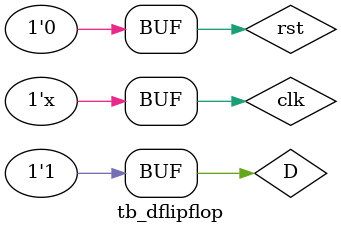
<source format=v>
`timescale 1ns / 1ps

module tb_dflipflop();
wire q,qbar;
reg D,rst,clk;
dflipflop d1( q,qbar,D,rst,clk);
always #5 clk=~clk;
initial clk=0;
initial begin
rst=1; #10
rst=0;
D=0; #100;
D=1; #100;
end
endmodule

</source>
